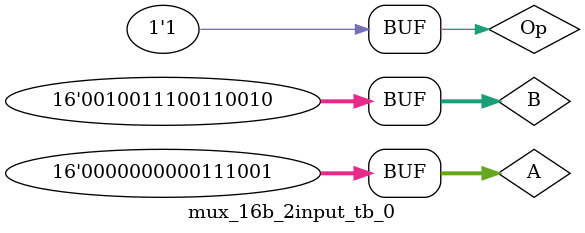
<source format=v>
`timescale 1ns / 1ps


module mux_16b_2input_tb_0;

	// Inputs
	reg [15:0] A;
	reg [15:0] B;
	reg Op;

	// Outputs
	wire [15:0] Output;

	// Instantiate the Unit Under Test (UUT)
	mux_16b_2input uut (
		.A(A), 
		.B(B), 
		.Op(Op), 
		.Output(Output)
	);

	initial begin
		// Initialize Inputs
		A = 57;
		B = 10034;
		Op = 0;

		// Wait 100 ns for global reset to finish
		#100;
		
		if(Output == A)
		$display("pass test 1");
		else
		$display("Fail");
		
		#20;
		
		Op = 1;
		#20;
		
		if(Output == B)
		$display("pass test 2");
		else
		$display("Fail");
		
        
		// Add stimulus here

	end
      
endmodule


</source>
